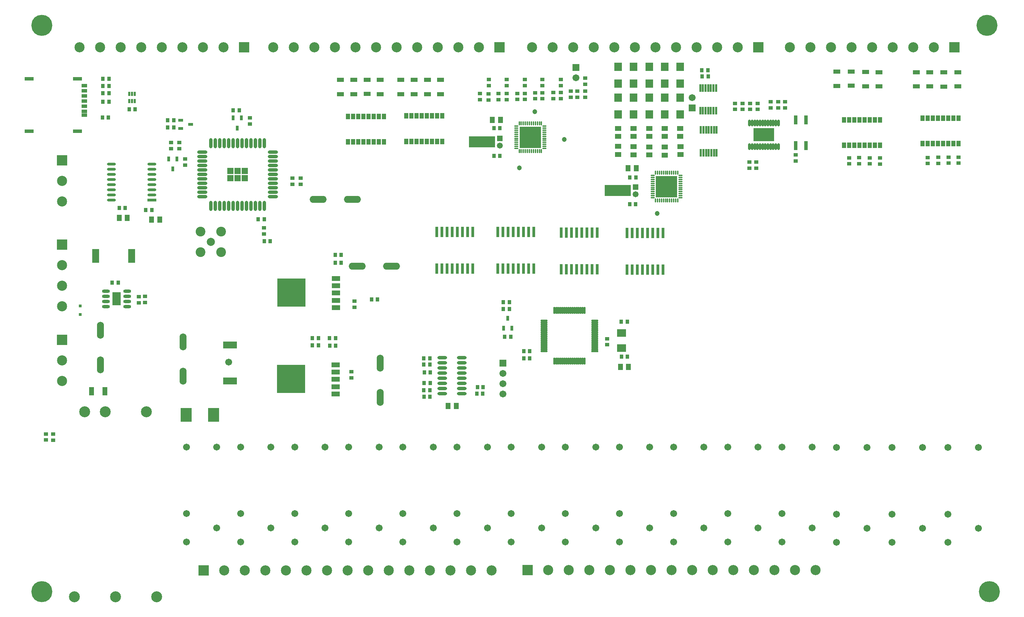
<source format=gts>
G04*
G04 #@! TF.GenerationSoftware,Altium Limited,Altium Designer,23.10.1 (27)*
G04*
G04 Layer_Color=8388736*
%FSLAX25Y25*%
%MOIN*%
G70*
G04*
G04 #@! TF.SameCoordinates,1ECFB1C0-1579-4D3B-9075-10E0A19D06C0*
G04*
G04*
G04 #@! TF.FilePolarity,Negative*
G04*
G01*
G75*
%ADD65R,0.13398X0.07099*%
%ADD66R,0.04147X0.03556*%
%ADD67R,0.03950X0.05524*%
%ADD68R,0.06706X0.04343*%
%ADD69R,0.25800X0.10800*%
%ADD70C,0.04737*%
%ADD71R,0.02200X0.07400*%
%ADD72R,0.07493X0.08083*%
%ADD73R,0.05918X0.04737*%
%ADD74R,0.04737X0.05918*%
%ADD75R,0.03556X0.04147*%
%ADD76O,0.09461X0.03162*%
%ADD77O,0.06800X0.16548*%
%ADD78R,0.04737X0.07887*%
%ADD79R,0.02769X0.02769*%
%ADD80R,0.03800X0.04300*%
%ADD81O,0.08674X0.02769*%
%ADD82R,0.08674X0.02769*%
%ADD83R,0.10642X0.13792*%
%ADD84R,0.03000X0.09900*%
%ADD85R,0.05642X0.03359*%
%ADD86R,0.09068X0.03556*%
%ADD87R,0.27572X0.27572*%
%ADD88R,0.08083X0.04540*%
%ADD89R,0.08280X0.12611*%
%ADD90O,0.07690X0.03162*%
%ADD91R,0.07099X0.13398*%
%ADD92O,0.16548X0.06800*%
%ADD93O,0.03359X0.09855*%
%ADD94O,0.07099X0.01981*%
%ADD95O,0.01981X0.07099*%
%ADD96R,0.03800X0.08800*%
%ADD97O,0.01654X0.03898*%
%ADD98O,0.03898X0.01654*%
%ADD99R,0.20879X0.20879*%
%ADD100R,0.20485X0.12611*%
%ADD101O,0.02572X0.06509*%
%ADD102R,0.02375X0.04147*%
%ADD103R,0.07099X0.01981*%
%ADD104R,0.08674X0.07493*%
%ADD105R,0.05918X0.05918*%
%ADD106O,0.09855X0.03359*%
%ADD107R,0.03162X0.04737*%
%ADD108R,0.04737X0.03162*%
%ADD109C,0.20485*%
%ADD110C,0.09855*%
%ADD111R,0.09855X0.09855*%
%ADD112C,0.06706*%
%ADD113R,0.06706X0.06706*%
%ADD114R,0.05800X0.05800*%
%ADD115C,0.05800*%
%ADD116R,0.09855X0.09855*%
%ADD117C,0.10642*%
%ADD118C,0.09461*%
%ADD119C,0.07887*%
%ADD120C,0.03162*%
D65*
X202785Y259839D02*
D03*
Y224800D02*
D03*
D66*
X824800Y441900D02*
D03*
Y435994D02*
D03*
X911200Y442506D02*
D03*
Y436600D02*
D03*
X901300Y442506D02*
D03*
Y436600D02*
D03*
X891400Y442306D02*
D03*
Y436400D02*
D03*
X881200Y442205D02*
D03*
Y436300D02*
D03*
X834700Y441800D02*
D03*
Y435894D02*
D03*
X814400Y442100D02*
D03*
Y436195D02*
D03*
X804600Y441900D02*
D03*
Y435994D02*
D03*
X534095Y500789D02*
D03*
Y506695D02*
D03*
X30700Y173106D02*
D03*
Y167200D02*
D03*
X23585Y173206D02*
D03*
Y167300D02*
D03*
X113985Y306800D02*
D03*
Y300894D02*
D03*
X120100Y301100D02*
D03*
Y307006D02*
D03*
X320800Y233805D02*
D03*
Y227900D02*
D03*
X323600Y302306D02*
D03*
Y296400D02*
D03*
X454351Y518069D02*
D03*
X471851D02*
D03*
X489400D02*
D03*
X506551D02*
D03*
X524251D02*
D03*
X548195Y519284D02*
D03*
X701187Y494900D02*
D03*
X693854D02*
D03*
X742354Y496306D02*
D03*
X735854D02*
D03*
X728354D02*
D03*
X153509Y456605D02*
D03*
Y450699D02*
D03*
X714346Y437706D02*
D03*
Y431800D02*
D03*
X481951Y504569D02*
D03*
Y498663D02*
D03*
X693854Y488995D02*
D03*
X701187D02*
D03*
X708520D02*
D03*
Y494900D02*
D03*
X715854Y488995D02*
D03*
Y494900D02*
D03*
X728354Y490400D02*
D03*
X735854D02*
D03*
X742354D02*
D03*
X752854Y438705D02*
D03*
Y444610D02*
D03*
X707846Y431800D02*
D03*
Y437706D02*
D03*
X569295Y259995D02*
D03*
Y265900D02*
D03*
X235885Y367738D02*
D03*
Y373643D02*
D03*
X263264Y422153D02*
D03*
Y416247D02*
D03*
X271264Y422153D02*
D03*
Y416247D02*
D03*
X159009Y440605D02*
D03*
Y434699D02*
D03*
X145509Y450794D02*
D03*
Y456699D02*
D03*
X222200Y480705D02*
D03*
Y474800D02*
D03*
X471851Y512163D02*
D03*
X471751Y498469D02*
D03*
Y504374D02*
D03*
X463651Y498463D02*
D03*
Y504369D02*
D03*
X489400Y512163D02*
D03*
X489551Y498663D02*
D03*
Y504569D02*
D03*
X524251Y512163D02*
D03*
X524351Y499463D02*
D03*
Y505369D02*
D03*
X517051Y499463D02*
D03*
Y505369D02*
D03*
X506551Y512163D02*
D03*
Y499263D02*
D03*
Y505169D02*
D03*
X499551Y499263D02*
D03*
Y505169D02*
D03*
X454351Y512163D02*
D03*
X445751Y504284D02*
D03*
Y498379D02*
D03*
X454151Y504058D02*
D03*
Y498153D02*
D03*
X548195Y513379D02*
D03*
Y506584D02*
D03*
Y500679D02*
D03*
X540395Y506584D02*
D03*
Y500679D02*
D03*
D67*
X911100Y480503D02*
D03*
X906100D02*
D03*
X901100D02*
D03*
X896100D02*
D03*
X891100D02*
D03*
X886100D02*
D03*
X881100D02*
D03*
X876100D02*
D03*
X911100Y455700D02*
D03*
X906100D02*
D03*
X901100D02*
D03*
X896100D02*
D03*
X891100D02*
D03*
X886100D02*
D03*
X881100D02*
D03*
X876100D02*
D03*
X834600Y478900D02*
D03*
X829600D02*
D03*
X824600D02*
D03*
X819600D02*
D03*
X814600D02*
D03*
X809600D02*
D03*
X804600D02*
D03*
X799600D02*
D03*
X834600Y454097D02*
D03*
X829600D02*
D03*
X824600D02*
D03*
X819600D02*
D03*
X814600D02*
D03*
X809600D02*
D03*
X804600D02*
D03*
X799600D02*
D03*
X352550Y482211D02*
D03*
X347550D02*
D03*
X342550D02*
D03*
X337550D02*
D03*
X332550D02*
D03*
X327550D02*
D03*
X322550D02*
D03*
X317550D02*
D03*
X352550Y457408D02*
D03*
X347550D02*
D03*
X342550D02*
D03*
X337550D02*
D03*
X332550D02*
D03*
X327550D02*
D03*
X322550D02*
D03*
X317550D02*
D03*
X409050Y482711D02*
D03*
X404050D02*
D03*
X399050D02*
D03*
X394050D02*
D03*
X389050D02*
D03*
X384050D02*
D03*
X379050D02*
D03*
X374050D02*
D03*
X409050Y457908D02*
D03*
X404050D02*
D03*
X399050D02*
D03*
X394050D02*
D03*
X389050D02*
D03*
X384050D02*
D03*
X379050D02*
D03*
X374050D02*
D03*
D68*
X910400Y525090D02*
D03*
Y511310D02*
D03*
X896835Y524937D02*
D03*
Y511158D02*
D03*
X883000Y525090D02*
D03*
Y511310D02*
D03*
X869900Y525090D02*
D03*
Y511310D02*
D03*
X833600Y525090D02*
D03*
Y511310D02*
D03*
X820800Y525290D02*
D03*
Y511510D02*
D03*
X806600Y525790D02*
D03*
Y512010D02*
D03*
X792700Y525690D02*
D03*
Y511910D02*
D03*
X348861Y517601D02*
D03*
Y503821D02*
D03*
X407461Y517601D02*
D03*
Y503821D02*
D03*
X394661Y517601D02*
D03*
Y503821D02*
D03*
X381661Y517601D02*
D03*
Y503821D02*
D03*
X368861Y517601D02*
D03*
Y503821D02*
D03*
X336161Y517701D02*
D03*
Y503921D02*
D03*
X323161Y517601D02*
D03*
Y503821D02*
D03*
X310161Y517601D02*
D03*
Y503821D02*
D03*
D69*
X447717Y457463D02*
D03*
X579717Y409963D02*
D03*
D70*
X498900Y486600D02*
D03*
X618217Y387900D02*
D03*
X527685Y459800D02*
D03*
X483890Y432069D02*
D03*
D71*
X675277Y487700D02*
D03*
X672718D02*
D03*
X670159D02*
D03*
X665041D02*
D03*
X662482D02*
D03*
X659923D02*
D03*
X659923Y509900D02*
D03*
X662482D02*
D03*
X665041D02*
D03*
X667600D02*
D03*
X670159D02*
D03*
X672718D02*
D03*
X675277D02*
D03*
X667600Y487700D02*
D03*
X660523Y469100D02*
D03*
X663082D02*
D03*
X665641D02*
D03*
X670759D02*
D03*
X673318D02*
D03*
X675877D02*
D03*
X675877Y446900D02*
D03*
X673318D02*
D03*
X670759D02*
D03*
X668200D02*
D03*
X665641D02*
D03*
X663082D02*
D03*
X660523D02*
D03*
X668200Y469100D02*
D03*
D72*
X580129Y500271D02*
D03*
Y484129D02*
D03*
X640379Y500271D02*
D03*
Y484129D02*
D03*
X625317Y500271D02*
D03*
Y484129D02*
D03*
X610254Y500271D02*
D03*
Y484129D02*
D03*
X595192Y500271D02*
D03*
Y484129D02*
D03*
X580129Y514129D02*
D03*
Y530271D02*
D03*
X595192D02*
D03*
Y514129D02*
D03*
X610254Y530271D02*
D03*
Y514129D02*
D03*
X625317Y530271D02*
D03*
Y514129D02*
D03*
X640379Y530271D02*
D03*
Y514129D02*
D03*
D73*
X595092Y470474D02*
D03*
Y462600D02*
D03*
X580129Y470574D02*
D03*
Y462700D02*
D03*
X610254Y470574D02*
D03*
Y462700D02*
D03*
X625317Y470574D02*
D03*
Y462700D02*
D03*
X640379Y470574D02*
D03*
Y462700D02*
D03*
X640648Y452904D02*
D03*
Y445030D02*
D03*
X625248Y452330D02*
D03*
Y444456D02*
D03*
X610448Y452530D02*
D03*
Y444656D02*
D03*
X595048Y452630D02*
D03*
Y444756D02*
D03*
X579948Y453004D02*
D03*
Y445130D02*
D03*
D74*
X582311Y238400D02*
D03*
X590185D02*
D03*
X126500Y381800D02*
D03*
X134374D02*
D03*
X95000Y383400D02*
D03*
X102874D02*
D03*
X457843Y478900D02*
D03*
X589843Y431900D02*
D03*
X465717Y478900D02*
D03*
X414800Y200400D02*
D03*
X422674D02*
D03*
X597717Y431900D02*
D03*
D75*
X494206Y246700D02*
D03*
X488300D02*
D03*
X442585Y212300D02*
D03*
X448491D02*
D03*
X397085Y240600D02*
D03*
X391180D02*
D03*
X397491Y233200D02*
D03*
X391585D02*
D03*
X397285Y222900D02*
D03*
X391380D02*
D03*
X397091Y215600D02*
D03*
X391185D02*
D03*
X397185Y209300D02*
D03*
X391280D02*
D03*
X396985Y246800D02*
D03*
X391080D02*
D03*
X120694Y391100D02*
D03*
X126600D02*
D03*
X100800Y393000D02*
D03*
X94894D02*
D03*
X88080Y320300D02*
D03*
X93985D02*
D03*
X299580Y259200D02*
D03*
X305485D02*
D03*
X282785Y266300D02*
D03*
X288691D02*
D03*
X299500Y266400D02*
D03*
X305405D02*
D03*
X282885Y259500D02*
D03*
X288791D02*
D03*
X340295Y304100D02*
D03*
X346200D02*
D03*
X310800Y347400D02*
D03*
X304894D02*
D03*
X310800Y339900D02*
D03*
X304894D02*
D03*
X667406Y527200D02*
D03*
X459311Y470900D02*
D03*
Y443900D02*
D03*
X591411Y422642D02*
D03*
X591311Y396900D02*
D03*
X79090Y518700D02*
D03*
X84995D02*
D03*
X78595Y481200D02*
D03*
X84501D02*
D03*
X468451Y294674D02*
D03*
X474357D02*
D03*
X469885Y267700D02*
D03*
X475791D02*
D03*
X488300Y253700D02*
D03*
X494206D02*
D03*
X589200Y248400D02*
D03*
X583294D02*
D03*
X235895Y360643D02*
D03*
X241801D02*
D03*
X235985Y382143D02*
D03*
X230080D02*
D03*
X148106Y471309D02*
D03*
X142201D02*
D03*
X148106Y478309D02*
D03*
X142201D02*
D03*
X211606Y488100D02*
D03*
X205700D02*
D03*
X104595Y489000D02*
D03*
X110500D02*
D03*
X85100Y496300D02*
D03*
X79194D02*
D03*
X84985Y511700D02*
D03*
X79080D02*
D03*
X84985Y504700D02*
D03*
X79080D02*
D03*
X597217Y396900D02*
D03*
X597317Y422642D02*
D03*
X465217Y470900D02*
D03*
Y443900D02*
D03*
X661694Y521100D02*
D03*
X667600D02*
D03*
X661500Y527200D02*
D03*
X583180Y282300D02*
D03*
X589085D02*
D03*
X474405Y301500D02*
D03*
X468500D02*
D03*
D76*
X427983Y212300D02*
D03*
Y217300D02*
D03*
Y222300D02*
D03*
Y227300D02*
D03*
Y232300D02*
D03*
Y237300D02*
D03*
Y242300D02*
D03*
Y247300D02*
D03*
X409085Y212300D02*
D03*
Y217300D02*
D03*
Y222300D02*
D03*
Y227300D02*
D03*
Y232300D02*
D03*
Y237300D02*
D03*
Y242300D02*
D03*
Y247300D02*
D03*
D77*
X76885Y273965D02*
D03*
Y240500D02*
D03*
X157200Y229268D02*
D03*
Y262732D02*
D03*
X348885Y208668D02*
D03*
Y242132D02*
D03*
D78*
X80995Y214900D02*
D03*
X68200D02*
D03*
D79*
X57100Y297668D02*
D03*
Y289400D02*
D03*
D80*
X448735Y218700D02*
D03*
X443235D02*
D03*
D81*
X87230Y400800D02*
D03*
Y405800D02*
D03*
Y410800D02*
D03*
Y415800D02*
D03*
Y420800D02*
D03*
Y425800D02*
D03*
Y430800D02*
D03*
Y435800D02*
D03*
X126600D02*
D03*
Y430800D02*
D03*
Y425800D02*
D03*
Y420800D02*
D03*
Y415800D02*
D03*
Y410800D02*
D03*
Y405800D02*
D03*
D82*
Y400800D02*
D03*
D83*
X160000Y191600D02*
D03*
X186575D02*
D03*
D84*
X438585Y369590D02*
D03*
X428585D02*
D03*
X423585D02*
D03*
X418585D02*
D03*
X413585D02*
D03*
X408585D02*
D03*
X403585Y333990D02*
D03*
X408585D02*
D03*
X413585D02*
D03*
X418585D02*
D03*
X423585D02*
D03*
X428585D02*
D03*
X433585D02*
D03*
X438585D02*
D03*
X433585Y369590D02*
D03*
X403585D02*
D03*
X462985Y369690D02*
D03*
X472985D02*
D03*
X477985D02*
D03*
X482985D02*
D03*
X487985D02*
D03*
X492985D02*
D03*
X497985Y334090D02*
D03*
X492985D02*
D03*
X487985D02*
D03*
X482985D02*
D03*
X477985D02*
D03*
X472985D02*
D03*
X467985D02*
D03*
X462985D02*
D03*
X467985Y369690D02*
D03*
X497985D02*
D03*
X529585Y369090D02*
D03*
X559585D02*
D03*
X623685Y368687D02*
D03*
X593685D02*
D03*
X588685D02*
D03*
X598685D02*
D03*
X603685D02*
D03*
X608685D02*
D03*
X613685D02*
D03*
X618685D02*
D03*
X623685Y333087D02*
D03*
X618685D02*
D03*
X613685D02*
D03*
X608685D02*
D03*
X603685D02*
D03*
X598685D02*
D03*
X593685D02*
D03*
X588685D02*
D03*
X524585Y333490D02*
D03*
X529585D02*
D03*
X534585D02*
D03*
X539585D02*
D03*
X544585D02*
D03*
X549585D02*
D03*
X554585D02*
D03*
X559585D02*
D03*
X554585Y369090D02*
D03*
X549585D02*
D03*
X544585D02*
D03*
X539585D02*
D03*
X534585D02*
D03*
X524585D02*
D03*
D85*
X60902Y483485D02*
D03*
Y487225D02*
D03*
Y512225D02*
D03*
Y507225D02*
D03*
Y502225D02*
D03*
Y497225D02*
D03*
Y492225D02*
D03*
D86*
X54544Y518800D02*
D03*
X7300D02*
D03*
X54544Y467658D02*
D03*
X7300D02*
D03*
D87*
X262145Y226608D02*
D03*
X262400Y310600D02*
D03*
D88*
X305452Y240502D02*
D03*
Y233415D02*
D03*
Y226328D02*
D03*
Y219242D02*
D03*
Y212155D02*
D03*
X305707Y324494D02*
D03*
Y317407D02*
D03*
Y310320D02*
D03*
Y303234D02*
D03*
Y296147D02*
D03*
D89*
X92363Y304633D02*
D03*
D90*
X102599Y297133D02*
D03*
Y302133D02*
D03*
Y307133D02*
D03*
Y312133D02*
D03*
X82127Y297133D02*
D03*
Y302133D02*
D03*
Y307133D02*
D03*
Y312133D02*
D03*
D91*
X72046Y346300D02*
D03*
X107085D02*
D03*
D92*
X326368Y336400D02*
D03*
X359832D02*
D03*
X288268Y401500D02*
D03*
X321732D02*
D03*
D93*
X214316Y456155D02*
D03*
X184001Y395132D02*
D03*
X188331D02*
D03*
X192662D02*
D03*
X196993D02*
D03*
X201324D02*
D03*
X205654D02*
D03*
X209985D02*
D03*
X214316D02*
D03*
X218647D02*
D03*
X222977D02*
D03*
X227308D02*
D03*
X231639D02*
D03*
X235969D02*
D03*
X184001Y456155D02*
D03*
X188331D02*
D03*
X192662D02*
D03*
X196993D02*
D03*
X201324D02*
D03*
X205654D02*
D03*
X209985D02*
D03*
X218647D02*
D03*
X222977D02*
D03*
X227308D02*
D03*
X231639D02*
D03*
X235969D02*
D03*
D94*
X557295Y283428D02*
D03*
X508083D02*
D03*
Y281459D02*
D03*
Y279490D02*
D03*
Y277522D02*
D03*
Y275553D02*
D03*
Y273585D02*
D03*
Y271617D02*
D03*
Y269648D02*
D03*
Y265711D02*
D03*
Y263742D02*
D03*
Y261774D02*
D03*
Y259805D02*
D03*
X557295Y279490D02*
D03*
Y281459D02*
D03*
Y277522D02*
D03*
X508083Y253900D02*
D03*
Y255869D02*
D03*
Y257837D02*
D03*
Y267680D02*
D03*
X557295Y275553D02*
D03*
Y273585D02*
D03*
Y271617D02*
D03*
Y269648D02*
D03*
Y267680D02*
D03*
Y265711D02*
D03*
Y263742D02*
D03*
Y259805D02*
D03*
Y257837D02*
D03*
Y255869D02*
D03*
Y261774D02*
D03*
D95*
X547453Y293270D02*
D03*
X541547D02*
D03*
X533673D02*
D03*
X531705D02*
D03*
X527768D02*
D03*
X525799D02*
D03*
X523831D02*
D03*
X521862D02*
D03*
X519894Y244057D02*
D03*
X521862D02*
D03*
X529736D02*
D03*
X537610D02*
D03*
X539579Y293270D02*
D03*
X537610D02*
D03*
X535642D02*
D03*
X529736D02*
D03*
X523831Y244057D02*
D03*
X533673D02*
D03*
X547453D02*
D03*
X545484D02*
D03*
X543516D02*
D03*
X541547D02*
D03*
X539579D02*
D03*
X535642D02*
D03*
X531705D02*
D03*
X527768D02*
D03*
X525799D02*
D03*
X517925D02*
D03*
Y293270D02*
D03*
X519894D02*
D03*
X543516D02*
D03*
X545484D02*
D03*
D96*
X762854Y478900D02*
D03*
X752854Y478800D02*
D03*
X762854Y453900D02*
D03*
X752854D02*
D03*
D97*
X503575Y448317D02*
D03*
X505543D02*
D03*
X501606D02*
D03*
X497669Y475483D02*
D03*
X487827Y448317D02*
D03*
X485858D02*
D03*
X489795D02*
D03*
X497669D02*
D03*
X499638D02*
D03*
X618358Y400317D02*
D03*
X620327D02*
D03*
X622295D02*
D03*
X630169D02*
D03*
X632138D02*
D03*
X483890Y475483D02*
D03*
X485858D02*
D03*
X487827D02*
D03*
X489795D02*
D03*
X491764D02*
D03*
X493732D02*
D03*
X495701D02*
D03*
X499638D02*
D03*
X501606D02*
D03*
X503575D02*
D03*
X505543D02*
D03*
X495701Y448317D02*
D03*
X493732D02*
D03*
X491764D02*
D03*
X483890D02*
D03*
X616390Y427483D02*
D03*
X618358D02*
D03*
X620327D02*
D03*
X622295D02*
D03*
X624264D02*
D03*
X626232D02*
D03*
X628201D02*
D03*
X630169D02*
D03*
X632138D02*
D03*
X634106D02*
D03*
X636075D02*
D03*
X638043D02*
D03*
Y400317D02*
D03*
X636075D02*
D03*
X634106D02*
D03*
X628201D02*
D03*
X626232D02*
D03*
X624264D02*
D03*
X616390D02*
D03*
D98*
X508299Y451073D02*
D03*
Y455010D02*
D03*
Y453042D02*
D03*
Y464853D02*
D03*
X481134D02*
D03*
Y451073D02*
D03*
X508299Y460916D02*
D03*
Y458947D02*
D03*
X613634Y416853D02*
D03*
X640799D02*
D03*
Y410947D02*
D03*
Y412916D02*
D03*
X613634Y403073D02*
D03*
X508299Y472727D02*
D03*
Y470758D02*
D03*
Y468790D02*
D03*
Y466821D02*
D03*
Y462884D02*
D03*
Y456979D02*
D03*
X481134Y453042D02*
D03*
Y455010D02*
D03*
Y456979D02*
D03*
Y458947D02*
D03*
Y460916D02*
D03*
Y462884D02*
D03*
Y466821D02*
D03*
Y468790D02*
D03*
Y470758D02*
D03*
Y472727D02*
D03*
X640799Y424727D02*
D03*
Y422758D02*
D03*
Y420790D02*
D03*
Y418821D02*
D03*
Y414884D02*
D03*
Y408979D02*
D03*
Y407010D02*
D03*
Y405042D02*
D03*
Y403073D02*
D03*
X613634Y405042D02*
D03*
Y407010D02*
D03*
Y408979D02*
D03*
Y410947D02*
D03*
Y412916D02*
D03*
Y414884D02*
D03*
Y418821D02*
D03*
Y420790D02*
D03*
Y422758D02*
D03*
Y424727D02*
D03*
D99*
X494717Y461900D02*
D03*
X627217Y413900D02*
D03*
D100*
X721854Y464400D02*
D03*
D101*
X735928Y452884D02*
D03*
X733369D02*
D03*
X715456D02*
D03*
X707779D02*
D03*
X718015D02*
D03*
X710338D02*
D03*
X712897D02*
D03*
X720574D02*
D03*
X723133D02*
D03*
X725692D02*
D03*
X728251D02*
D03*
X730810D02*
D03*
X707779Y475916D02*
D03*
X710338D02*
D03*
X712897D02*
D03*
X715456D02*
D03*
X718015D02*
D03*
X720574D02*
D03*
X723133D02*
D03*
X725692D02*
D03*
X728251D02*
D03*
X730810D02*
D03*
X733369D02*
D03*
X735928D02*
D03*
D102*
X104841Y504242D02*
D03*
X107400Y496958D02*
D03*
X104841D02*
D03*
X107400Y504242D02*
D03*
X109959D02*
D03*
Y496958D02*
D03*
D103*
X557295Y253900D02*
D03*
D104*
X583295Y271467D02*
D03*
Y256900D02*
D03*
D105*
X202899Y422100D02*
D03*
X209985D02*
D03*
X217072D02*
D03*
X202899Y429187D02*
D03*
X209985D02*
D03*
X217072D02*
D03*
D106*
X244237Y403990D02*
D03*
Y408321D02*
D03*
Y412651D02*
D03*
Y416982D02*
D03*
Y421313D02*
D03*
Y425643D02*
D03*
Y429974D02*
D03*
Y434305D02*
D03*
Y438635D02*
D03*
Y442966D02*
D03*
Y447297D02*
D03*
X175733Y403990D02*
D03*
Y408321D02*
D03*
Y412651D02*
D03*
Y416982D02*
D03*
Y421313D02*
D03*
Y425643D02*
D03*
Y429974D02*
D03*
Y434305D02*
D03*
Y438635D02*
D03*
Y442966D02*
D03*
Y447297D02*
D03*
D107*
X468848Y276058D02*
D03*
X472785Y285900D02*
D03*
X476722Y276058D02*
D03*
X143035Y440789D02*
D03*
X146972Y430946D02*
D03*
X150909Y440789D02*
D03*
X205885Y480700D02*
D03*
X209822Y470857D02*
D03*
X213759Y480700D02*
D03*
D108*
X154701Y470435D02*
D03*
X164543Y474372D02*
D03*
X154701Y478309D02*
D03*
D109*
X940945Y19685D02*
D03*
X19685D02*
D03*
X938700Y570866D02*
D03*
X19685D02*
D03*
D110*
X827200Y549402D02*
D03*
X807200D02*
D03*
X867200D02*
D03*
X887200D02*
D03*
X847200D02*
D03*
X767200D02*
D03*
X747200D02*
D03*
X787200D02*
D03*
X516535Y549400D02*
D03*
X496535D02*
D03*
X536535D02*
D03*
X636535D02*
D03*
X616535D02*
D03*
X676535D02*
D03*
X696535D02*
D03*
X656535D02*
D03*
X576535D02*
D03*
X556535D02*
D03*
X596535D02*
D03*
X344567D02*
D03*
X304567D02*
D03*
X324567D02*
D03*
X404567D02*
D03*
X444567D02*
D03*
X424567D02*
D03*
X364567D02*
D03*
X384567D02*
D03*
X284567D02*
D03*
X244567D02*
D03*
X264567D02*
D03*
X96535D02*
D03*
X56535D02*
D03*
X76535D02*
D03*
X156535D02*
D03*
X196535D02*
D03*
X176535D02*
D03*
X116535D02*
D03*
X136535D02*
D03*
X39385Y244600D02*
D03*
Y224600D02*
D03*
X39386Y399300D02*
D03*
Y419300D02*
D03*
X297165Y40400D02*
D03*
X337165D02*
D03*
X317165D02*
D03*
X237165D02*
D03*
X197165D02*
D03*
X217165D02*
D03*
X277165D02*
D03*
X257165D02*
D03*
X357165D02*
D03*
X397165D02*
D03*
X377165D02*
D03*
X417165D02*
D03*
X457165D02*
D03*
X437165D02*
D03*
X612126Y40800D02*
D03*
X652126D02*
D03*
X632126D02*
D03*
X552126D02*
D03*
X512126D02*
D03*
X532126D02*
D03*
X592126D02*
D03*
X572126D02*
D03*
X672126D02*
D03*
X712126D02*
D03*
X692126D02*
D03*
X732126D02*
D03*
X772126D02*
D03*
X752126D02*
D03*
X39386Y297500D02*
D03*
Y337500D02*
D03*
Y317500D02*
D03*
D111*
X907200Y549402D02*
D03*
X716535Y549400D02*
D03*
X464567D02*
D03*
X216535D02*
D03*
X177165Y40400D02*
D03*
X492126Y40800D02*
D03*
D112*
X539000Y519900D02*
D03*
X875900Y160161D02*
D03*
X846372D02*
D03*
Y95200D02*
D03*
Y67641D02*
D03*
X875900Y81420D02*
D03*
X821928Y160161D02*
D03*
X792400D02*
D03*
Y95200D02*
D03*
Y67641D02*
D03*
X821928Y81420D02*
D03*
X189813Y160561D02*
D03*
X160285D02*
D03*
Y95600D02*
D03*
Y68041D02*
D03*
X189813Y81820D02*
D03*
X610883D02*
D03*
X581356Y68041D02*
D03*
Y95600D02*
D03*
Y160561D02*
D03*
X610883D02*
D03*
X242445Y81820D02*
D03*
X212917Y68041D02*
D03*
Y95600D02*
D03*
Y160561D02*
D03*
X242445D02*
D03*
X663517Y81820D02*
D03*
X633990Y68041D02*
D03*
Y95600D02*
D03*
Y160561D02*
D03*
X663517D02*
D03*
X295080Y81820D02*
D03*
X265553Y68041D02*
D03*
Y95600D02*
D03*
Y160561D02*
D03*
X295080D02*
D03*
X716151Y81820D02*
D03*
X686624Y68041D02*
D03*
Y95600D02*
D03*
Y160561D02*
D03*
X716151D02*
D03*
X347714Y81820D02*
D03*
X318187Y68041D02*
D03*
Y95600D02*
D03*
Y160561D02*
D03*
X347714D02*
D03*
X768785Y81820D02*
D03*
X739257Y68041D02*
D03*
Y95600D02*
D03*
Y160561D02*
D03*
X768785D02*
D03*
X452982D02*
D03*
X423454D02*
D03*
Y95600D02*
D03*
Y68041D02*
D03*
X452982Y81820D02*
D03*
X400348D02*
D03*
X370820Y68041D02*
D03*
Y95600D02*
D03*
Y160561D02*
D03*
X400348D02*
D03*
X505616Y81820D02*
D03*
X476088Y68041D02*
D03*
Y95600D02*
D03*
Y160561D02*
D03*
X505616D02*
D03*
X930400Y81460D02*
D03*
X900872Y67680D02*
D03*
Y95239D02*
D03*
Y160200D02*
D03*
X930400D02*
D03*
X558250Y160561D02*
D03*
X528722D02*
D03*
Y95600D02*
D03*
Y68041D02*
D03*
X558250Y81820D02*
D03*
X651900Y500300D02*
D03*
X468000Y212200D02*
D03*
Y222200D02*
D03*
Y232200D02*
D03*
X201385Y243100D02*
D03*
X92363Y304633D02*
D03*
D113*
X539000Y529900D02*
D03*
X651900Y490300D02*
D03*
X468000Y242200D02*
D03*
D114*
X465217Y460900D02*
D03*
X597217Y413400D02*
D03*
D115*
X465217Y453900D02*
D03*
X597217Y406400D02*
D03*
D116*
X39385Y264600D02*
D03*
X39386Y439300D02*
D03*
X39386Y357500D02*
D03*
D117*
X131500Y14700D02*
D03*
X91500D02*
D03*
X51500D02*
D03*
X61500Y194700D02*
D03*
X81500D02*
D03*
X121500D02*
D03*
D118*
X194200Y350200D02*
D03*
Y370200D02*
D03*
X174200Y350200D02*
D03*
Y370200D02*
D03*
D119*
X184200Y360200D02*
D03*
D120*
X494717Y469774D02*
D03*
X502591D02*
D03*
X490780D02*
D03*
X486843D02*
D03*
X490780Y465837D02*
D03*
X486843D02*
D03*
X494717D02*
D03*
X498535Y469656D02*
D03*
X502591Y465837D02*
D03*
X498654D02*
D03*
X486843Y461900D02*
D03*
Y457845D02*
D03*
Y454026D02*
D03*
X490780Y461900D02*
D03*
Y457963D02*
D03*
X494717D02*
D03*
Y454026D02*
D03*
X490780D02*
D03*
X498654Y461900D02*
D03*
X502591D02*
D03*
X494717D02*
D03*
X498654Y457963D02*
D03*
Y454026D02*
D03*
X502472Y457963D02*
D03*
X502591Y454026D02*
D03*
X619343Y421774D02*
D03*
X627217D02*
D03*
X623280D02*
D03*
Y417837D02*
D03*
X619343D02*
D03*
X627217D02*
D03*
X635091Y421774D02*
D03*
X631036Y421656D02*
D03*
X631154Y417837D02*
D03*
X635091D02*
D03*
X623280Y413900D02*
D03*
X619343D02*
D03*
X627217Y409963D02*
D03*
X619343Y409845D02*
D03*
X623280Y409963D02*
D03*
X631154Y413900D02*
D03*
X627217D02*
D03*
X635091D02*
D03*
X631154Y409963D02*
D03*
X634972D02*
D03*
X619343Y406026D02*
D03*
X623280D02*
D03*
X631154D02*
D03*
X627217D02*
D03*
X635091D02*
D03*
M02*

</source>
